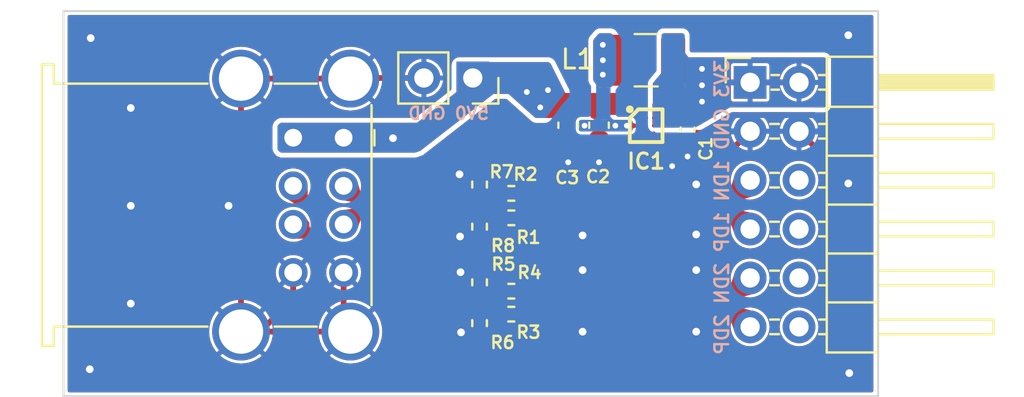
<source format=kicad_pcb>
(kicad_pcb (version 20240108) (generator "pcbnew") (generator_version "8.0")
  (layers (0 "F.Cu" signal) (31 "B.Cu" signal) (34 "B.Paste" user) (35 "F.Paste" user) (36 "B.SilkS" user "B.Silkscreen") (37 "F.SilkS" user "F.Silkscreen") (38 "B.Mask" user) (39 "F.Mask" user) (44 "Edge.Cuts" user))
  (net 0 "")
  (net 5 "GND")
  (net 6 "/USB2t_DP")
  (net 7 "/USB2t_DN")
  (net 8 "/USB2_DP")
  (net 9 "/USB2_DN")
  (net 10 "/USB1t_DP")
  (net 11 "/USB1t_DN")
  (net 12 "/USB1_DP")
  (net 13 "/USB1_DN")
  (net 14 "/PWR5V0")
  (net 15 "/PWR3V3")
  (net 16 "/IC1-SW")
  (footprint "Resistor_SMD:R_0402_1005Metric" (layer "F.Cu") (at 93.6972 50.3936 90)
    (property "Reference" "R8" (at -0.9906 1.2192 0) (layer "F.SilkS") (effects (font (size 0.635 0.635) (thickness 0.127))))
    (property "Value" "15K")
    (fp_line (start -0.153641 -0.38) (end 0.153641 -0.38) (stroke (width 0.127)) (layer "F.SilkS"))
    (fp_line (start -0.153641 0.38) (end 0.153641 0.38) (stroke (width 0.127)) (layer "F.SilkS"))
    (pad "1" smd roundrect (at -0.51 0 90) (size 0.54 0.64) (layers "F.Cu" "F.Paste" "F.Mask") (net 5 "GND"))
    (pad "2" smd roundrect (at 0.51 0 90) (size 0.54 0.64) (layers "F.Cu" "F.Paste" "F.Mask") (net 10 "/USB1t_DP"))
  )
  (footprint "Resistor_SMD:R_0402_1005Metric" (layer "F.Cu") (at 95.3462 53.7464)
    (property "Reference" "R4" (at 0.9418 -0.9652 0) (layer "F.SilkS") (effects (font (size 0.635 0.635) (thickness 0.127))))
    (property "Value" "22")
    (fp_line (start -0.153641 -0.38) (end 0.153641 -0.38) (stroke (width 0.127)) (layer "F.SilkS"))
    (fp_line (start -0.153641 0.38) (end 0.153641 0.38) (stroke (width 0.127)) (layer "F.SilkS"))
    (pad "1" smd roundrect (at -0.51 0) (size 0.54 0.64) (layers "F.Cu" "F.Paste" "F.Mask") (net 7 "/USB2t_DN"))
    (pad "2" smd roundrect (at 0.51 0) (size 0.54 0.64) (layers "F.Cu" "F.Paste" "F.Mask") (net 9 "/USB2_DN"))
  )
  (footprint "libs:BGA9C40P3X3_119X129X62" (layer "F.Cu") (at 102.35 45.15)
    (property "Reference" "IC1" (at 0 1.85 0) (layer "F.SilkS") (effects (font (size 0.8 0.8) (thickness 0.1524) (bold yes))))
    (property "Value" "TPS61253AYFFR" (hide yes))
    (fp_line (start -0.85 -0.4) (end -0.4 -0.85) (stroke (width 0.2)) (layer "F.SilkS"))
    (fp_line (start -0.85 0.85) (end -0.85 -0.4) (stroke (width 0.2)) (layer "F.SilkS"))
    (fp_line (start -0.4 -0.85) (end 0.85 -0.85) (stroke (width 0.2)) (layer "F.SilkS"))
    (fp_line (start 0.85 -0.85) (end 0.85 0.85) (stroke (width 0.2)) (layer "F.SilkS"))
    (fp_line (start 0.85 0.85) (end -0.85 0.85) (stroke (width 0.2)) (layer "F.SilkS"))
    (fp_circle (center -0.85 -0.85) (end -0.85 -0.75) (stroke (width 0.2)) (fill none) (layer "F.SilkS"))
    (pad "A1" smd circle (at -0.4 -0.4 90) (size 0.2 0.2) (layers "F.Cu" "F.Paste" "F.Mask") (net 14 "/PWR5V0"))
    (pad "A2" smd circle (at 0 -0.4 90) (size 0.2 0.2) (layers "F.Cu" "F.Paste" "F.Mask") (net 14 "/PWR5V0"))
    (pad "A3" smd circle (at 0.4 -0.4 90) (size 0.2 0.2) (layers "F.Cu" "F.Paste" "F.Mask") (net 15 "/PWR3V3"))
    (pad "B1" smd circle (at -0.4 0 90) (size 0.2 0.2) (layers "F.Cu" "F.Paste" "F.Mask") (net 16 "/IC1-SW"))
    (pad "B2" smd circle (at 0 0 90) (size 0.2 0.2) (layers "F.Cu" "F.Paste" "F.Mask") (net 16 "/IC1-SW"))
    (pad "B3" smd circle (at 0.4 0 90) (size 0.2 0.2) (layers "F.Cu" "F.Paste" "F.Mask") (net 15 "/PWR3V3"))
    (pad "C1" smd circle (at -0.4 0.4 90) (size 0.2 0.2) (layers "F.Cu" "F.Paste" "F.Mask") (net 5 "GND"))
    (pad "C2" smd circle (at 0 0.4 90) (size 0.2 0.2) (layers "F.Cu" "F.Paste" "F.Mask") (net 5 "GND"))
    (pad "C3" smd circle (at 0.4 0.4 90) (size 0.2 0.2) (layers "F.Cu" "F.Paste" "F.Mask") (net 5 "GND"))
  )
  (footprint "Resistor_SMD:R_0402_1005Metric" (layer "F.Cu") (at 93.6972 53.2872 -90)
    (property "Reference" "R5" (at -0.9378 -1.2446 0) (layer "F.SilkS") (effects (font (size 0.635 0.635) (thickness 0.127))))
    (property "Value" "15K")
    (fp_line (start -0.153641 0.38) (end 0.153641 0.38) (stroke (width 0.127)) (layer "F.SilkS"))
    (fp_line (start -0.153641 -0.38) (end 0.153641 -0.38) (stroke (width 0.127)) (layer "F.SilkS"))
    (pad "1" smd roundrect (at -0.51 0 270) (size 0.54 0.64) (layers "F.Cu" "F.Paste" "F.Mask") (net 5 "GND"))
    (pad "2" smd roundrect (at 0.51 0 270) (size 0.54 0.64) (layers "F.Cu" "F.Paste" "F.Mask") (net 7 "/USB2t_DN"))
  )
  (footprint "Resistor_SMD:R_0402_1005Metric" (layer "F.Cu") (at 95.3482 49.9364)
    (property "Reference" "R1" (at 0.889 1.016 0) (layer "F.SilkS") (effects (font (size 0.635 0.635) (thickness 0.127))))
    (property "Value" "22")
    (fp_line (start -0.153641 -0.38) (end 0.153641 -0.38) (stroke (width 0.127)) (layer "F.SilkS"))
    (fp_line (start -0.153641 0.38) (end 0.153641 0.38) (stroke (width 0.127)) (layer "F.SilkS"))
    (pad "1" smd roundrect (at -0.51 0) (size 0.54 0.64) (layers "F.Cu" "F.Paste" "F.Mask") (net 10 "/USB1t_DP"))
    (pad "2" smd roundrect (at 0.51 0) (size 0.54 0.64) (layers "F.Cu" "F.Paste" "F.Mask") (net 12 "/USB1_DP"))
  )
  (footprint "Connector_USB:USB_A_Wuerth_61400826021_Horizontal_Stacked" (layer "F.Cu") (at 86.636 45.776 -90)
    (property "Reference" "J1" (hide yes))
    (property "Value" "UK-USB AF 90-19.6")
    (fp_line (start -3.81 15.67) (end -3.81 15.05) (stroke (width 0.127)) (layer "F.SilkS"))
    (fp_line (start 10.81 15.67) (end -3.81 15.67) (stroke (width 0.127)) (layer "F.SilkS"))
    (fp_line (start -3.81 15.05) (end -2.81 15.05) (stroke (width 0.127)) (layer "F.SilkS"))
    (fp_line (start -2.81 15.05) (end -2.81 7.08) (stroke (width 0.127)) (layer "F.SilkS"))
    (fp_line (start 9.81 15.05) (end 10.81 15.05) (stroke (width 0.127)) (layer "F.SilkS"))
    (fp_line (start 10.81 15.05) (end 10.81 15.67) (stroke (width 0.127)) (layer "F.SilkS"))
    (fp_line (start 9.81 7.08) (end 9.81 15.05) (stroke (width 0.127)) (layer "F.SilkS"))
    (fp_line (start -2.81 3.58) (end -2.81 1.4) (stroke (width 0.127)) (layer "F.SilkS"))
    (fp_line (start 9.81 3.58) (end 9.81 1.4) (stroke (width 0.127)) (layer "F.SilkS"))
    (fp_line (start -1.69 -1.45) (end 8.69 -1.45) (stroke (width 0.127)) (layer "F.SilkS"))
    (fp_line (start 0.4 -1.6) (end -0.4 -1.6) (stroke (width 0.127)) (layer "F.SilkS"))
    (pad "1" thru_hole rect (at 0 0 270) (size 1.5 1.5) (drill 0.92) (layers "*.Cu" "*.Mask") (net 14 "/PWR5V0"))
    (pad "2" thru_hole circle (at 2.5 0 270) (size 1.5 1.5) (drill 0.92) (layers "*.Cu" "*.Mask") (net 11 "/USB1t_DN"))
    (pad "3" thru_hole circle (at 4.5 0 270) (size 1.5 1.5) (drill 0.92) (layers "*.Cu" "*.Mask") (net 10 "/USB1t_DP"))
    (pad "4" thru_hole circle (at 7 0 270) (size 1.5 1.5) (drill 0.92) (layers "*.Cu" "*.Mask") (net 5 "GND"))
    (pad "5" thru_hole circle (at 0 2.62 270) (size 1.5 1.5) (drill 0.92) (layers "*.Cu" "*.Mask") (net 14 "/PWR5V0"))
    (pad "6" thru_hole circle (at 2.5 2.62 270) (size 1.5 1.5) (drill 0.92) (layers "*.Cu" "*.Mask") (net 7 "/USB2t_DN"))
    (pad "7" thru_hole circle (at 4.5 2.62 270) (size 1.5 1.5) (drill 0.92) (layers "*.Cu" "*.Mask") (net 6 "/USB2t_DP"))
    (pad "8" thru_hole circle (at 7 2.62 270) (size 1.5 1.5) (drill 0.92) (layers "*.Cu" "*.Mask") (net 5 "GND"))
    (pad "9" thru_hole circle (at -3.07 -0.35 270) (size 3 3) (drill 2.3) (layers "*.Cu" "*.Mask") (net 5 "GND"))
    (pad "9" thru_hole circle (at -3.07 5.33 270) (size 3 3) (drill 2.3) (layers "*.Cu" "*.Mask") (net 5 "GND"))
    (pad "9" thru_hole circle (at 10.07 -0.35 270) (size 3 3) (drill 2.3) (layers "*.Cu" "*.Mask") (net 5 "GND"))
    (pad "9" thru_hole circle (at 10.07 5.33 270) (size 3 3) (drill 2.3) (layers "*.Cu" "*.Mask") (net 5 "GND"))
  )
  (footprint "Resistor_SMD:R_0402_1005Metric" (layer "F.Cu") (at 95.3462 54.9402)
    (property "Reference" "R3" (at 0.891 0.9398 0) (layer "F.SilkS") (effects (font (size 0.635 0.635) (thickness 0.127))))
    (property "Value" "22")
    (fp_line (start -0.153641 -0.38) (end 0.153641 -0.38) (stroke (width 0.127)) (layer "F.SilkS"))
    (fp_line (start -0.153641 0.38) (end 0.153641 0.38) (stroke (width 0.127)) (layer "F.SilkS"))
    (pad "1" smd roundrect (at -0.51 0) (size 0.54 0.64) (layers "F.Cu" "F.Paste" "F.Mask") (net 6 "/USB2t_DP"))
    (pad "2" smd roundrect (at 0.51 0) (size 0.54 0.64) (layers "F.Cu" "F.Paste" "F.Mask") (net 8 "/USB2_DP"))
  )
  (footprint "Resistor_SMD:R_0402_1005Metric" (layer "F.Cu") (at 93.6972 48.2072 -90)
    (property "Reference" "R7" (at -0.6584 -1.143 0) (layer "F.SilkS") (effects (font (size 0.635 0.635) (thickness 0.127))))
    (property "Value" "15K")
    (fp_line (start -0.153641 0.38) (end 0.153641 0.38) (stroke (width 0.127)) (layer "F.SilkS"))
    (fp_line (start -0.153641 -0.38) (end 0.153641 -0.38) (stroke (width 0.127)) (layer "F.SilkS"))
    (pad "1" smd roundrect (at -0.51 0 270) (size 0.54 0.64) (layers "F.Cu" "F.Paste" "F.Mask") (net 5 "GND"))
    (pad "2" smd roundrect (at 0.51 0 270) (size 0.54 0.64) (layers "F.Cu" "F.Paste" "F.Mask") (net 11 "/USB1t_DN"))
  )
  (footprint "Inductor_SMD:L_1210_3225Metric" (layer "F.Cu") (at 102.35 41.75 180)
    (property "Reference" "L1" (at 3.55 0.05 180) (layer "F.SilkS"))
    (property "Value" "DFE322512F-1R0M=P2")
    (fp_line (start -0.602064 1.36) (end 0.602064 1.36) (stroke (width 0.12)) (layer "F.SilkS"))
    (fp_line (start -0.602064 -1.36) (end 0.602064 -1.36) (stroke (width 0.12)) (layer "F.SilkS"))
    (pad "1" smd roundrect (at -1.4 0 180) (size 1.25 2.65) (layers "F.Cu" "F.Paste" "F.Mask") (roundrect_rratio 0.2) (net 15 "/PWR3V3"))
    (pad "2" smd roundrect (at 1.4 0 180) (size 1.25 2.65) (layers "F.Cu" "F.Paste" "F.Mask") (roundrect_rratio 0.2) (net 16 "/IC1-SW"))
  )
  (footprint "Capacitor_SMD:C_0603_1608Metric" (layer "F.Cu") (at 98.3 45.125 -90)
    (property "Reference" "C3" (at 2.725 0.05 0) (layer "F.SilkS") (effects (font (size 0.635 0.635) (thickness 0.127) (bold yes))))
    (property "Value" "10uF")
    (fp_line (start -0.14058 0.51) (end 0.14058 0.51) (stroke (width 0.12)) (layer "F.SilkS"))
    (fp_line (start -0.14058 -0.51) (end 0.14058 -0.51) (stroke (width 0.12)) (layer "F.SilkS"))
    (pad "1" smd roundrect (at -0.775 0 270) (size 0.9 0.95) (layers "F.Cu" "F.Paste" "F.Mask") (net 14 "/PWR5V0"))
    (pad "2" smd roundrect (at 0.775 0 270) (size 0.9 0.95) (layers "F.Cu" "F.Paste" "F.Mask") (net 5 "GND"))
  )
  (footprint "Resistor_SMD:R_0402_1005Metric" (layer "F.Cu") (at 93.6972 55.4062 90)
    (property "Reference" "R6" (at -1.0072 1.1938 0) (layer "F.SilkS") (effects (font (size 0.635 0.635) (thickness 0.127))))
    (property "Value" "15K")
    (fp_line (start -0.153641 -0.38) (end 0.153641 -0.38) (stroke (width 0.127)) (layer "F.SilkS"))
    (fp_line (start -0.153641 0.38) (end 0.153641 0.38) (stroke (width 0.127)) (layer "F.SilkS"))
    (pad "1" smd roundrect (at -0.51 0 90) (size 0.54 0.64) (layers "F.Cu" "F.Paste" "F.Mask") (net 5 "GND"))
    (pad "2" smd roundrect (at 0.51 0 90) (size 0.54 0.64) (layers "F.Cu" "F.Paste" "F.Mask") (net 6 "/USB2t_DP"))
  )
  (footprint "Capacitor_SMD:C_0402_1005Metric" (layer "F.Cu") (at 104.5 45.35 -90)
    (property "Reference" "C1" (at 1 -0.95 -90) (layer "F.SilkS") (effects (font (size 0.635 0.635) (thickness 0.127) (bold yes))))
    (property "Value" "10uF")
    (fp_line (start -0.107836 0.36) (end 0.107836 0.36) (stroke (width 0.12)) (layer "F.SilkS"))
    (fp_line (start -0.107836 -0.36) (end 0.107836 -0.36) (stroke (width 0.12)) (layer "F.SilkS"))
    (pad "1" smd roundrect (at -0.48 0 270) (size 0.56 0.62) (layers "F.Cu" "F.Paste" "F.Mask") (net 15 "/PWR3V3"))
    (pad "2" smd roundrect (at 0.48 0 270) (size 0.56 0.62) (layers "F.Cu" "F.Paste" "F.Mask") (net 5 "GND"))
  )
  (footprint "Connector_PinHeader_2.54mm:PinHeader_2x06_P2.54mm_Horizontal" (layer "F.Cu") (at 107.75 42.9)
    (property "Reference" "J2" (hide yes))
    (property "Value" "Conn_02x06_Odd_Even")
    (fp_line (start -1.27 -1.27) (end 0 -1.27) (stroke (width 0.127)) (layer "F.SilkS"))
    (fp_line (start -1.27 0) (end -1.27 -1.27) (stroke (width 0.127)) (layer "F.SilkS"))
    (fp_line (start 1.042929 2.16) (end 1.497071 2.16) (stroke (width 0.127)) (layer "F.SilkS"))
    (fp_line (start 1.042929 2.92) (end 1.497071 2.92) (stroke (width 0.127)) (layer "F.SilkS"))
    (fp_line (start 1.042929 4.7) (end 1.497071 4.7) (stroke (width 0.127)) (layer "F.SilkS"))
    (fp_line (start 1.042929 5.46) (end 1.497071 5.46) (stroke (width 0.127)) (layer "F.SilkS"))
    (fp_line (start 1.042929 7.24) (end 1.497071 7.24) (stroke (width 0.127)) (layer "F.SilkS"))
    (fp_line (start 1.042929 8) (end 1.497071 8) (stroke (width 0.127)) (layer "F.SilkS"))
    (fp_line (start 1.042929 9.78) (end 1.497071 9.78) (stroke (width 0.127)) (layer "F.SilkS"))
    (fp_line (start 1.042929 10.54) (end 1.497071 10.54) (stroke (width 0.127)) (layer "F.SilkS"))
    (fp_line (start 1.042929 12.32) (end 1.497071 12.32) (stroke (width 0.127)) (layer "F.SilkS"))
    (fp_line (start 1.042929 13.08) (end 1.497071 13.08) (stroke (width 0.127)) (layer "F.SilkS"))
    (fp_line (start 1.11 -0.38) (end 1.497071 -0.38) (stroke (width 0.127)) (layer "F.SilkS"))
    (fp_line (start 1.11 0.38) (end 1.497071 0.38) (stroke (width 0.127)) (layer "F.SilkS"))
    (fp_line (start 3.582929 -0.38) (end 3.98 -0.38) (stroke (width 0.127)) (layer "F.SilkS"))
    (fp_line (start 3.582929 0.38) (end 3.98 0.38) (stroke (width 0.127)) (layer "F.SilkS"))
    (fp_line (start 3.582929 2.16) (end 3.98 2.16) (stroke (width 0.127)) (layer "F.SilkS"))
    (fp_line (start 3.582929 2.92) (end 3.98 2.92) (stroke (width 0.127)) (layer "F.SilkS"))
    (fp_line (start 3.582929 4.7) (end 3.98 4.7) (stroke (width 0.127)) (layer "F.SilkS"))
    (fp_line (start 3.582929 5.46) (end 3.98 5.46) (stroke (width 0.127)) (layer "F.SilkS"))
    (fp_line (start 3.582929 7.24) (end 3.98 7.24) (stroke (width 0.127)) (layer "F.SilkS"))
    (fp_line (start 3.582929 8) (end 3.98 8) (stroke (width 0.127)) (layer "F.SilkS"))
    (fp_line (start 3.582929 9.78) (end 3.98 9.78) (stroke (width 0.127)) (layer "F.SilkS"))
    (fp_line (start 3.582929 10.54) (end 3.98 10.54) (stroke (width 0.127)) (layer "F.SilkS"))
    (fp_line (start 3.582929 12.32) (end 3.98 12.32) (stroke (width 0.127)) (layer "F.SilkS"))
    (fp_line (start 3.582929 13.08) (end 3.98 13.08) (stroke (width 0.127)) (layer "F.SilkS"))
    (fp_line (start 3.98 -1.33) (end 3.98 14.03) (stroke (width 0.127)) (layer "F.SilkS"))
    (fp_line (start 3.98 1.27) (end 6.64 1.27) (stroke (width 0.127)) (layer "F.SilkS"))
    (fp_line (start 3.98 3.81) (end 6.64 3.81) (stroke (width 0.127)) (layer "F.SilkS"))
    (fp_line (start 3.98 6.35) (end 6.64 6.35) (stroke (width 0.127)) (layer "F.SilkS"))
    (fp_line (start 3.98 8.89) (end 6.64 8.89) (stroke (width 0.127)) (layer "F.SilkS"))
    (fp_line (start 3.98 11.43) (end 6.64 11.43) (stroke (width 0.127)) (layer "F.SilkS"))
    (fp_line (start 3.98 14.03) (end 6.64 14.03) (stroke (width 0.127)) (layer "F.SilkS"))
    (fp_line (start 6.64 -1.33) (end 3.98 -1.33) (stroke (width 0.127)) (layer "F.SilkS"))
    (fp_line (start 6.64 -0.38) (end 12.64 -0.38) (stroke (width 0.127)) (layer "F.SilkS"))
    (fp_line (start 6.64 -0.32) (end 12.64 -0.32) (stroke (width 0.127)) (layer "F.SilkS"))
    (fp_line (start 6.64 -0.2) (end 12.64 -0.2) (stroke (width 0.127)) (layer "F.SilkS"))
    (fp_line (start 6.64 -0.08) (end 12.64 -0.08) (stroke (width 0.127)) (layer "F.SilkS"))
    (fp_line (start 6.64 0.04) (end 12.64 0.04) (stroke (width 0.127)) (layer "F.SilkS"))
    (fp_line (start 6.64 0.16) (end 12.64 0.16) (stroke (width 0.127)) (layer "F.SilkS"))
    (fp_line (start 6.64 0.28) (end 12.64 0.28) (stroke (width 0.127)) (layer "F.SilkS"))
    (fp_line (start 6.64 2.16) (end 12.64 2.16) (stroke (width 0.127)) (layer "F.SilkS"))
    (fp_line (start 6.64 4.7) (end 12.64 4.7) (stroke (width 0.127)) (layer "F.SilkS"))
    (fp_line (start 6.64 7.24) (end 12.64 7.24) (stroke (width 0.127)) (layer "F.SilkS"))
    (fp_line (start 6.64 9.78) (end 12.64 9.78) (stroke (width 0.127)) (layer "F.SilkS"))
    (fp_line (start 6.64 12.32) (end 12.64 12.32) (stroke (width 0.127)) (layer "F.SilkS"))
    (fp_line (start 6.64 14.03) (end 6.64 -1.33) (stroke (width 0.127)) (layer "F.SilkS"))
    (fp_line (start 12.64 -0.38) (end 12.64 0.38) (stroke (width 0.127)) (layer "F.SilkS"))
    (fp_line (start 12.64 0.38) (end 6.64 0.38) (stroke (width 0.127)) (layer "F.SilkS"))
    (fp_line (start 12.64 2.16) (end 12.64 2.92) (stroke (width 0.127)) (layer "F.SilkS"))
    (fp_line (start 12.64 2.92) (end 6.64 2.92) (stroke (width 0.127)) (layer "F.SilkS"))
    (fp_line (start 12.64 4.7) (end 12.64 5.46) (stroke (width 0.127)) (layer "F.SilkS"))
    (fp_line (start 12.64 5.46) (end 6.64 5.46) (stroke (width 0.127)) (layer "F.SilkS"))
    (fp_line (start 12.64 7.24) (end 12.64 8) (stroke (width 0.127)) (layer "F.SilkS"))
    (fp_line (start 12.64 8) (end 6.64 8) (stroke (width 0.127)) (layer "F.SilkS"))
    (fp_line (start 12.64 9.78) (end 12.64 10.54) (stroke (width 0.127)) (layer "F.SilkS"))
    (fp_line (start 12.64 10.54) (end 6.64 10.54) (stroke (width 0.127)) (layer "F.SilkS"))
    (fp_line (start 12.64 12.32) (end 12.64 13.08) (stroke (width 0.127)) (layer "F.SilkS"))
    (fp_line (start 12.64 13.08) (end 6.64 13.08) (stroke (width 0.127)) (layer "F.SilkS"))
    (pad "1" thru_hole rect (at 0 0) (size 1.7 1.7) (drill 1) (layers "*.Cu" "*.Mask") (net 15 "/PWR3V3"))
    (pad "2" thru_hole oval (at 2.54 0) (size 1.7 1.7) (drill 1) (layers "*.Cu" "*.Mask") (net 15 "/PWR3V3"))
    (pad "3" thru_hole oval (at 0 2.54) (size 1.7 1.7) (drill 1) (layers "*.Cu" "*.Mask") (net 5 "GND"))
    (pad "4" thru_hole oval (at 2.54 2.54) (size 1.7 1.7) (drill 1) (layers "*.Cu" "*.Mask") (net 5 "GND"))
    (pad "5" thru_hole oval (at 0 5.08) (size 1.7 1.7) (drill 1) (layers "*.Cu" "*.Mask") (net 13 "/USB1_DN"))
    (pad "6" thru_hole oval (at 2.54 5.08) (size 1.7 1.7) (drill 1) (layers "*.Cu" "*.Mask"))
    (pad "7" thru_hole oval (at 0 7.62) (size 1.7 1.7) (drill 1) (layers "*.Cu" "*.Mask") (net 12 "/USB1_DP"))
    (pad "8" thru_hole oval (at 2.54 7.62) (size 1.7 1.7) (drill 1) (layers "*.Cu" "*.Mask"))
    (pad "9" thru_hole oval (at 0 10.16) (size 1.7 1.7) (drill 1) (layers "*.Cu" "*.Mask") (net 9 "/USB2_DN"))
    (pad "10" thru_hole oval (at 2.54 10.16) (size 1.7 1.7) (drill 1) (layers "*.Cu" "*.Mask"))
    (pad "11" thru_hole oval (at 0 12.7) (size 1.7 1.7) (drill 1) (layers "*.Cu" "*.Mask") (net 8 "/USB2_DP"))
    (pad "12" thru_hole oval (at 2.54 12.7) (size 1.7 1.7) (drill 1) (layers "*.Cu" "*.Mask"))
  )
  (footprint "Capacitor_SMD:C_0603_1608Metric" (layer "F.Cu") (at 99.9 45.125 -90)
    (property "Reference" "C2" (at 2.675 0.05 0) (layer "F.SilkS") (effects (font (size 0.635 0.635) (thickness 0.127) (bold yes))))
    (property "Value" "10uF")
    (fp_line (start -0.14058 0.51) (end 0.14058 0.51) (stroke (width 0.12)) (layer "F.SilkS"))
    (fp_line (start -0.14058 -0.51) (end 0.14058 -0.51) (stroke (width 0.12)) (layer "F.SilkS"))
    (pad "1" smd roundrect (at -0.775 0 270) (size 0.9 0.95) (layers "F.Cu" "F.Paste" "F.Mask") (net 14 "/PWR5V0"))
    (pad "2" smd roundrect (at 0.775 0 270) (size 0.9 0.95) (layers "F.Cu" "F.Paste" "F.Mask") (net 5 "GND"))
  )
  (footprint "Connector_PinSocket_2.54mm:PinSocket_1x02_P2.54mm_Vertical" (layer "F.Cu") (at 93.345 42.672 -90)
    (property "Reference" "J3" (hide yes))
    (property "Value" "Conn_01x02_Socket" (hide yes))
    (fp_line (start -1.33 3.87) (end 1.33 3.87) (stroke (width 0.127)) (layer "F.SilkS"))
    (fp_line (start -1.33 1.27) (end -1.33 3.87) (stroke (width 0.127)) (layer "F.SilkS"))
    (fp_line (start -1.33 1.27) (end 1.33 1.27) (stroke (width 0.127)) (layer "F.SilkS"))
    (fp_line (start 1.33 1.27) (end 1.33 3.87) (stroke (width 0.127)) (layer "F.SilkS"))
    (fp_line (start 0 -1.33) (end 1.33 -1.33) (stroke (width 0.127)) (layer "F.SilkS"))
    (fp_line (start 1.33 -1.33) (end 1.33 0) (stroke (width 0.127)) (layer "F.SilkS"))
    (pad "1" thru_hole rect (at 0 0 270) (size 1.7 1.7) (drill 1) (layers "*.Cu" "*.Mask") (net 14 "/PWR5V0"))
    (pad "2" thru_hole oval (at 0 2.54 270) (size 1.7 1.7) (drill 1) (layers "*.Cu" "*.Mask") (net 5 "GND"))
  )
  (footprint "Resistor_SMD:R_0402_1005Metric" (layer "F.Cu") (at 95.3462 48.6664)
    (property "Reference" "R2" (at 0.7386 -0.9906 0) (layer "F.SilkS") (effects (font (size 0.635 0.635) (thickness 0.127))))
    (property "Value" "22")
    (fp_line (start -0.153641 -0.38) (end 0.153641 -0.38) (stroke (width 0.127)) (layer "F.SilkS"))
    (fp_line (start -0.153641 0.38) (end 0.153641 0.38) (stroke (width 0.127)) (layer "F.SilkS"))
    (pad "1" smd roundrect (at -0.51 0) (size 0.54 0.64) (layers "F.Cu" "F.Paste" "F.Mask") (net 11 "/USB1t_DN"))
    (pad "2" smd roundrect (at 0.51 0) (size 0.54 0.64) (layers "F.Cu" "F.Paste" "F.Mask") (net 13 "/USB1_DN"))
  )
  (gr_rect (start 72.0852 39.2) (end 114.4 59.2) (stroke (width 0.1)) (fill none) (layer "Edge.Cuts"))
  (gr_text "5V0 GND" (at 94.2594 44.8818 0) (layer "B.SilkS") (effects (font (size 0.635 0.635) (thickness 0.127) (bold yes)) (justify left bottom mirror)))
  (gr_text "3V3 GND 1DN 1DP 2DN 2DP" (at 106.7 41.65 90) (layer "B.SilkS") (effects (font (size 0.7112 0.7112) (thickness 0.127) (bold yes)) (justify left bottom mirror)))
  (segment (start 93.6972 50.9036) (end 92.6852 50.9036) (width 0.3) (layer "F.Cu") (net 5))
  (segment (start 82.304 55.846) (end 84.016 54.134) (width 0.3) (layer "F.Cu") (net 5))
  (segment (start 84.016 54.134) (end 84.016 52.776) (width 0.3) (layer "F.Cu") (net 5))
  (segment (start 104.95 48.2) (end 104.99 48.2) (width 0.3) (layer "F.Cu") (net 5))
  (segment (start 111.05 44.6) (end 111.4 44.95) (width 0.3) (layer "F.Cu") (net 5))
  (segment (start 81.306 42.706) (end 81.306 55.846) (width 0.3) (layer "F.Cu") (net 5))
  (segment (start 99.9 45.9) (end 99.9 47.05) (width 0.3) (layer "F.Cu") (net 5))
  (segment (start 104.5 45.83) (end 104.5 46.75) (width 0.3) (layer "F.Cu") (net 5))
  (segment (start 111.4 44.95) (end 111.4 45.45) (width 0.3) (layer "F.Cu") (net 5))
  (segment (start 106.6 45.45) (end 107.74 45.45) (width 0.3) (layer "F.Cu") (net 5))
  (segment (start 98.3 47.05) (end 98.3 45.9) (width 0.3) (layer "F.Cu") (net 5))
  (segment (start 104.99 48.2) (end 107.75 45.44) (width 0.3) (layer "F.Cu") (net 5))
  (segment (start 112.85 48.15) (end 112.85 48) (width 0.3) (layer "F.Cu") (net 5))
  (segment (start 106.6 44.85) (end 106.6 45.45) (width 0.3) (layer "F.Cu") (net 5))
  (segment (start 111.4 45.45) (end 110.3 45.45) (width 0.3) (layer "F.Cu") (net 5))
  (segment (start 111.05 44.6) (end 106.85 44.6) (width 0.3) (layer "F.Cu") (net 5))
  (segment (start 92.6772 47.6972) (end 92.6558 47.6758) (width 0.3) (layer "F.Cu") (net 5))
  (segment (start 93.6972 47.6972) (end 92.6772 47.6972) (width 0.3) (layer "F.Cu") (net 5))
  (segment (start 92.6852 50.9036) (end 92.6832 50.9056) (width 0.3) (layer "F.Cu") (net 5))
  (segment (start 93.6972 55.9162) (end 92.7662 55.9162) (width 0.3) (layer "F.Cu") (net 5))
  (segment (start 102.75 45.55) (end 101.95 45.55) (width 0.1524) (layer "F.Cu") (net 5))
  (segment (start 92.7662 55.9162) (end 92.734 55.884) (width 0.3) (layer "F.Cu") (net 5))
  (segment (start 112.85 48) (end 110.29 45.44) (width 0.3) (layer "F.Cu") (net 5))
  (segment (start 86.986 42.706) (end 81.306 42.706) (width 0.3) (layer "F.Cu") (net 5))
  (segment (start 93.6972 52.7772) (end 92.726 52.7772) (width 0.3) (layer "F.Cu") (net 5))
  (segment (start 92.726 52.7772) (end 92.7086 52.7598) (width 0.3) (layer "F.Cu") (net 5))
  (segment (start 106.85 44.6) (end 106.6 44.85) (width 0.3) (layer "F.Cu") (net 5))
  (segment (start 86.636 55.386) (end 86.636 52.776) (width 0.3) (layer "F.Cu") (net 5))
  (segment (start 81.306 55.846) (end 86.986 55.846) (width 0.3) (layer "F.Cu") (net 5))
  (segment (start 90.805 42.672) (end 87.02 42.672) (width 0.3) (layer "F.Cu") (net 5))
  (via (at 99.05 50.85) (size 0.8) (drill 0.4) (layers "F.Cu" "B.Cu") (net 5))
  (via (at 112.85 40.45) (size 0.8) (drill 0.4) (layers "F.Cu" "B.Cu") (net 5))
  (via (at 104.95 55.85) (size 0.8) (drill 0.4) (layers "F.Cu" "B.Cu") (net 5))
  (via (at 75.581 44.23) (size 0.8) (drill 0.4) (layers "F.Cu" "B.Cu") (net 5))
  (via (at 103.7 47.25) (size 0.6) (drill 0.3) (layers "F.Cu" "B.Cu") (net 5))
  (via (at 104.95 50.8) (size 0.8) (drill 0.4) (layers "F.Cu" "B.Cu") (net 5))
  (via (at 75.581 54.39) (size 0.8) (drill 0.4) (layers "F.Cu" "B.Cu") (net 5))
  (via (at 104.95 52.65) (size 0.8) (drill 0.4) (layers "F.Cu" "B.Cu") (net 5))
  (via (at 92.6832 50.9056) (size 0.8) (drill 0.4) (layers "F.Cu" "B.Cu") (net 5))
  (via (at 80.661 49.31) (size 0.8) (drill 0.4) (layers "F.Cu" "B.Cu") (net 5))
  (via (at 112.9 58) (size 0.8) (drill 0.4) (layers "F.Cu" "B.Cu") (net 5))
  (via (at 99.05 52.65) (size 0.8) (drill 0.4) (layers "F.Cu" "B.Cu") (net 5))
  (via (at 73.45 57.8) (size 0.8) (drill 0.4) (layers "F.Cu" "B.Cu") (net 5))
  (via (at 112.85 48.15) (size 0.8) (drill 0.4) (layers "F.Cu" "B.Cu") (net 5))
  (via (at 75.581 49.31) (size 0.8) (drill 0.4) (layers "F.Cu" "B.Cu") (net 5))
  (via (at 73.5 40.6) (size 0.8) (drill 0.4) (layers "F.Cu" "B.Cu") (net 5))
  (via (at 99.9 47.05) (size 0.6) (drill 0.3) (layers "F.Cu" "B.Cu") (net 5))
  (via (at 99.05 55.85) (size 0.8) (drill 0.4) (layers "F.Cu" "B.Cu") (net 5))
  (via (at 104.5 46.75) (size 0.6) (drill 0.3) (layers "F.Cu" "B.Cu") (net 5))
  (via (at 92.6558 47.6758) (size 0.8) (drill 0.4) (layers "F.Cu" "B.Cu") (net 5))
  (via (at 92.734 55.884) (size 0.8) (drill 0.4) (layers "F.Cu" "B.Cu") (net 5))
  (via (at 92.7086 52.7598) (size 0.8) (drill 0.4) (layers "F.Cu" "B.Cu") (net 5))
  (via (at 98.3 47.05) (size 0.6) (drill 0.3) (layers "F.Cu" "B.Cu") (net 5))
  (via (at 104.95 48.2) (size 0.8) (drill 0.4) (layers "F.Cu" "B.Cu") (net 5))
  (segment (start 107.75 45.44) (end 106.61 45.44) (width 0.3) (layer "B.Cu") (net 5))
  (segment (start 106.6 45.45) (end 106.6 44.85) (width 0.3) (layer "B.Cu") (net 5))
  (segment (start 106.85 44.6) (end 111.05 44.6) (width 0.3) (layer "B.Cu") (net 5))
  (segment (start 106.61 45.44) (end 106.6 45.45) (width 0.3) (layer "B.Cu") (net 5))
  (segment (start 111.4 45.45) (end 110.3 45.45) (width 0.3) (layer "B.Cu") (net 5))
  (segment (start 96.2808 55.846) (end 96.3188 55.884) (width 0.1524) (layer "B.Cu") (net 5))
  (segment (start 111.4 44.95) (end 111.4 45.45) (width 0.3) (layer "B.Cu") (net 5))
  (segment (start 106.6 44.85) (end 106.85 44.6) (width 0.3) (layer "B.Cu") (net 5))
  (segment (start 111.05 44.6) (end 111.4 44.95) (width 0.3) (layer "B.Cu") (net 5))
  (segment (start 85.992072 51.6636) (end 87.292072 51.6636) (width 0.1524) (layer "F.Cu") (net 6))
  (segment (start 88.492072 51.6636) (end 88.633672 51.6636) (width 0.1524) (layer "F.Cu") (net 6))
  (segment (start 94.331201 54.482001) (end 94.8148 54.9656) (width 0.1524) (layer "F.Cu") (net 6))
  (segment (start 94.104599 54.482001) (end 94.331201 54.482001) (width 0.1524) (layer "F.Cu") (net 6))
  (segment (start 88.633672 51.6636) (end 91.469172 54.4991) (width 0.1524) (layer "F.Cu") (net 6))
  (segment (start 84.388634 50.648634) (end 84.977106 50.648634) (width 0.1524) (layer "F.Cu") (net 6))
  (segment (start 93.2501 54.4991) (end 93.6472 54.8962) (width 0.1524) (layer "F.Cu") (net 6))
  (segment (start 87.592072 51.9636) (end 87.592072 52.259692) (width 0.1524) (layer "F.Cu") (net 6))
  (segment (start 91.469172 54.4991) (end 93.2501 54.4991) (width 0.1524) (layer "F.Cu") (net 6))
  (segment (start 93.6738 54.9128) (end 94.104599 54.482001) (width 0.1524) (layer "F.Cu") (net 6))
  (segment (start 88.192072 52.259692) (end 88.192072 51.9636) (width 0.1524) (layer "F.Cu") (net 6))
  (segment (start 84.977106 50.648634) (end 85.992072 51.6636) (width 0.1524) (layer "F.Cu") (net 6))
  (arc (start 88.192072 51.9636) (mid 88.27994 51.751468) (end 88.492072 51.6636) (width 0.1524) (layer "F.Cu") (net 6))
  (arc (start 87.592072 52.259692) (mid 87.67994 52.471824) (end 87.892072 52.559692) (width 0.1524) (layer "F.Cu") (net 6))
  (arc (start 87.892072 52.559692) (mid 88.104204 52.471824) (end 88.192072 52.259692) (width 0.1524) (layer "F.Cu") (net 6))
  (arc (start 87.292072 51.6636) (mid 87.504204 51.751468) (end 87.592072 51.9636) (width 0.1524) (layer "F.Cu") (net 6))
  (segment (start 93.6472 53.7972) (end 93.2501 54.1943) (width 0.1524) (layer "F.Cu") (net 7))
  (segment (start 91.595428 54.1943) (end 88.759928 51.3588) (width 0.1524) (layer "F.Cu") (net 7))
  (segment (start 86.118328 51.3588) (end 85.09 50.330472) (width 0.1524) (layer "F.Cu") (net 7))
  (segment (start 93.2501 54.1943) (end 91.595428 54.1943) (width 0.1524) (layer "F.Cu") (net 7))
  (segment (start 94.104599 54.177199) (end 94.331201 54.177199) (width 0.1524) (layer "F.Cu") (net 7))
  (segment (start 88.759928 51.3588) (end 86.118328 51.3588) (width 0.1524) (layer "F.Cu") (net 7))
  (segment (start 85.09 49.8856) (end 84.016 48.8116) (width 0.1524) (layer "F.Cu") (net 7))
  (segment (start 85.09 50.330472) (end 85.09 49.8856) (width 0.1524) (layer "F.Cu") (net 7))
  (segment (start 94.331201 54.177199) (end 94.8128 53.6956) (width 0.1524) (layer "F.Cu") (net 7))
  (segment (start 93.6738 53.7464) (end 94.104599 54.177199) (width 0.1524) (layer "F.Cu") (net 7))
  (segment (start 96.3507 54.4957) (end 106.6457 54.4957) (width 0.1524) (layer "F.Cu") (net 8))
  (segment (start 95.9062 54.9402) (end 96.3507 54.4957) (width 0.1524) (layer "F.Cu") (net 8))
  (segment (start 106.6457 54.4957) (end 107.75 55.6) (width 0.1524) (layer "F.Cu") (net 8))
  (segment (start 96.3507 54.1909) (end 106.6191 54.1909) (width 0.1524) (layer "F.Cu") (net 9))
  (segment (start 106.6191 54.1909) (end 107.75 53.06) (width 0.1524) (layer "F.Cu") (net 9))
  (segment (start 95.9062 53.7464) (end 96.3507 54.1909) (width 0.1524) (layer "F.Cu") (net 9))
  (segment (start 93.6972 49.8836) (end 94.127999 49.452801) (width 0.1524) (layer "F.Cu") (net 10))
  (segment (start 94.354601 49.452801) (end 94.8382 49.9364) (width 0.1524) (layer "F.Cu") (net 10))
  (segment (start 94.127999 49.452801) (end 94.354601 49.452801) (width 0.1524) (layer "F.Cu") (net 10))
  (segment (start 87.25 49.4528) (end 86.636 50.0668) (width 0.1524) (layer "F.Cu") (net 10))
  (segment (start 87.25 49.4528) (end 93.2644 49.4528) (width 0.1524) (layer "F.Cu") (net 10))
  (segment (start 93.6952 49.8836) (end 93.2644 49.4528) (width 0.1524) (layer "F.Cu") (net 10))
  (segment (start 87.248 49.148) (end 86.636 48.536) (width 0.1524) (layer "F.Cu") (net 11))
  (segment (start 93.6972 48.7172) (end 93.2664 49.148) (width 0.1524) (layer "F.Cu") (net 11))
  (segment (start 93.2664 49.148) (end 87.248 49.148) (width 0.1524) (layer "F.Cu") (net 11))
  (segment (start 94.354601 49.147999) (end 94.8362 48.6664) (width 0.1524) (layer "F.Cu") (net 11))
  (segment (start 93.6972 48.7172) (end 94.127999 49.147999) (width 0.1524) (layer "F.Cu") (net 11))
  (segment (start 94.127999 49.147999) (end 94.354601 49.147999) (width 0.1524) (layer "F.Cu") (net 11))
  (segment (start 106.6848 49.4548) (end 107.75 50.52) (width 0.1524) (layer "F.Cu") (net 12))
  (segment (start 96.3398 49.4548) (end 106.6848 49.4548) (width 0.1524) (layer "F.Cu") (net 12))
  (segment (start 95.8582 49.9364) (end 96.3398 49.4548) (width 0.1524) (layer "F.Cu") (net 12))
  (segment (start 106.58 49.15) (end 107.75 47.98) (width 0.1524) (layer "F.Cu") (net 13))
  (segment (start 96.3398 49.15) (end 106.58 49.15) (width 0.1524) (layer "F.Cu") (net 13))
  (segment (start 95.8562 48.6664) (end 96.3398 49.15) (width 0.1524) (layer "F.Cu") (net 13))
  (segment (start 102.35 44.75) (end 101.95 44.75) (width 0.1524) (layer "F.Cu") (net 14))
  (segment (start 89.2 45.8) (end 89.176 45.776) (width 0.3) (layer "F.Cu") (net 14))
  (segment (start 93.345 43.105) (end 90.65 45.8) (width 0.3) (layer "F.Cu") (net 14))
  (segment (start 89.176 45.776) (end 84.016 45.776) (width 0.3) (layer "F.Cu") (net 14))
  (segment (start 90.65 45.8) (end 89.2 45.8) (width 0.3) (layer "F.Cu") (net 14))
  (via (at 97.25 43.3) (size 0.6) (drill 0.3) (layers "F.Cu" "B.Cu") (net 14))
  (via (at 96.15 43.4) (size 0.6) (drill 0.3) (layers "F.Cu" "B.Cu") (net 14))
  (via (at 89.2 45.8) (size 0.8) (drill 0.4) (layers "F.Cu" "B.Cu") (net 14))
  (via (at 96.85 44.2) (size 0.6) (drill 0.3) (layers "F.Cu" "B.Cu") (net 14))
  (segment (start 89.2 45.8) (end 89.176 45.776) (width 0.3) (layer "B.Cu") (net 14))
  (segment (start 104.5 44.65) (end 105.25 43.9) (width 0.3) (layer "F.Cu") (net 15))
  (segment (start 105.4 42.9) (end 105.25 43.05) (width 0.3) (layer "F.Cu") (net 15))
  (segment (start 110.29 42.9) (end 107.75 42.9) (width 0.3) (layer "F.Cu") (net 15))
  (segment (start 102.75 44.75) (end 102.75 44.05) (width 0.1524) (layer "F.Cu") (net 15))
  (segment (start 102.75 44.05) (end 103.8 43) (width 0.1524) (layer "F.Cu") (net 15))
  (segment (start 102.75 45.15) (end 102.75 44.75) (width 0.1524) (layer "F.Cu") (net 15))
  (segment (start 104.5 44.89) (end 104.11 44.89) (width 0.1524) (layer "F.Cu") (net 15))
  (segment (start 103.85 45.15) (end 102.75 45.15) (width 0.1524) (layer "F.Cu") (net 15))
  (segment (start 102.75 44.75) (end 104.36 44.75) (width 0.1524) (layer "F.Cu") (net 15))
  (segment (start 104.11 44.89) (end 103.85 45.15) (width 0.1524) (layer "F.Cu") (net 15))
  (segment (start 105.25 42.2) (end 104.2 42.2) (width 0.3) (layer "F.Cu") (net 15))
  (segment (start 104.45 44.89) (end 104.45 44.7) (width 0.3) (layer "F.Cu") (net 15))
  (segment (start 104.5 44.87) (end 104.5 44.65) (width 0.3) (layer "F.Cu") (net 15))
  (segment (start 104.2 42.2) (end 103.75 41.75) (width 0.3) (layer "F.Cu") (net 15))
  (segment (start 107.75 42.9) (end 105.4 42.9) (width 0.3) (layer "F.Cu") (net 15))
  (via (at 105.25 42.2) (size 0.6) (drill 0.3) (layers "F.Cu" "B.Cu") (net 15))
  (via (at 105.25 43.9) (size 0.6) (drill 0.3) (layers "F.Cu" "B.Cu") (net 15))
  (via (at 105.25 43.05) (size 0.6) (drill 0.3) (layers "F.Cu" "B.Cu") (net 15))
  (segment (start 100.100003 41.75) (end 100.95 41.75) (width 0.1524) (layer "F.Cu") (net 16))
  (segment (start 100.1 42.500003) (end 100.850003 41.75) (width 0.1524) (layer "F.Cu") (net 16))
  (segment (start 100.15 40.95) (end 100.1 40.95) (width 0.1524) (layer "F.Cu") (net 16))
  (segment (start 101.95 45.15) (end 101.35 45.15) (width 0.1524) (layer "F.Cu") (net 16))
  (segment (start 100.1 41.750003) (end 100.100003 41.75) (width 0.1524) (layer "F.Cu") (net 16))
  (segment (start 102.35 45.15) (end 101.95 45.15) (width 0.1524) (layer "F.Cu") (net 16))
  (segment (start 100.1 42.500003) (end 100.1 41.750003) (width 0.1524) (layer "F.Cu") (net 16))
  (segment (start 100.95 41.75) (end 100.15 40.95) (width 0.1524) (layer "F.Cu") (net 16))
  (segment (start 100.1 40.95) (end 100.1 42.500003) (width 0.1524) (layer "F.Cu") (net 16))
  (segment (start 100.1 41.750003) (end 100.1 40.95) (width 0.1524) (layer "F.Cu") (net 16))
  (via (at 100.1 41.750003) (size 0.6) (drill 0.3) (layers "F.Cu" "B.Cu") (net 16))
  (via (at 101.35 45.15) (size 0.5) (drill 0.3) (layers "F.Cu" "B.Cu") (net 16))
  (via (at 100.1 40.95) (size 0.6) (drill 0.3) (layers "F.Cu" "B.Cu") (net 16))
  (via (at 100.1 42.500003) (size 0.6) (drill 0.3) (layers "F.Cu" "B.Cu") (net 16))
  (via (at 100.75 45.15) (size 0.5) (drill 0.3) (layers "F.Cu" "B.Cu") (net 16))
  (via (at 99.15 45.15) (size 0.5) (drill 0.3) (layers "F.Cu" "B.Cu") (net 16))
  (segment (start 99.15 45.15) (end 99.55 45.15) (width 0.1524) (layer "B.Cu") (net 16))
  (segment (start 100.1 42.500003) (end 100.1 42.550003) (width 0.1524) (layer "B.Cu") (net 16))
  (segment (start 100.45 45.15) (end 100.75 45.15) (width 0.1524) (layer "B.Cu") (net 16))
  (segment (start 99.55 45.15) (end 100.15 44.55) (width 0.1524) (layer "B.Cu") (net 16))
  (segment (start 100.15 44.55) (end 100.15 42.550003) (width 0.1524) (layer "B.Cu") (net 16))
  (segment (start 99.15 45.15) (end 99.65 45.15) (width 0.1524) (layer "B.Cu") (net 16))
  (segment (start 100.15 42.550003) (end 100.1 42.500003) (width 0.1524) (layer "B.Cu") (net 16))
  (segment (start 101.35 45.15) (end 100.75 45.15) (width 0.1524) (layer "B.Cu") (net 16))
  (segment (start 100.75 45.15) (end 100.15 44.55) (width 0.1524) (layer "B.Cu") (net 16))
  (segment (start 100.75 45.15) (end 99.15 45.15) (width 0.1524) (layer "B.Cu") (net 16))
  (segment (start 100.1 42.550003) (end 100.05 42.600003) (width 0.1524) (layer "B.Cu") (net 16))
  (zone (net 0) (net_name "") (layer "F.Cu") (connect_pads yes (clearance 0)) (min_thickness 0.25)
    (keepout (tracks allowed) (vias allowed) (pads allowed) (copperpour not_allowed) (footprints allowed))
    (fill (thermal_gap 0.5) (thermal_bridge_width 0.5))
    (polygon (pts (xy 101.9 45.35) (xy 102.8 45.35) (xy 102.8 45.5) (xy 101.9 45.5)))
  )
  (zone (net 14) (net_name "/PWR5V0") (layer "F.Cu") (priority 4) (connect_pads yes (clearance 0.254)) (min_thickness 0.25) (fill yes (thermal_gap 0.5) (thermal_bridge_width 0.5))
    (polygon (pts (xy 102.45 44.85) (xy 101.9 44.85) (xy 101.75 44.75) (xy 98.05 44.75) (xy 96.6 44.75) (xy 95.15 43.45) (xy 98.15 43.45) (xy 99.85 43.45) (xy 101.8 43.45) (xy 102.45 43.95)))
  )
  (zone (net 0) (net_name "") (layer "F.Cu") (connect_pads yes (clearance 0)) (min_thickness 0.25)
    (keepout (tracks allowed) (vias allowed) (pads allowed) (copperpour not_allowed) (footprints allowed))
    (fill (thermal_gap 0.5) (thermal_bridge_width 0.5))
    (polygon (pts (xy 97.65 44.75) (xy 98.8 44.75) (xy 98.8 45.75) (xy 97.65 45.75)))
  )
  (zone (net 15) (net_name "/PWR3V3") (layers "F&B.Cu") (priority 3) (connect_pads yes (clearance 0.254)) (min_thickness 0.25) (fill yes (thermal_gap 0.5) (thermal_bridge_width 0.5))
    (polygon (pts (xy 102.65 43) (xy 103.15 42.4) (xy 103.15 40.35) (xy 104.35 40.35) (xy 104.35 41.35) (xy 104.55 41.6) (xy 104.35 41.85) (xy 104.35 43.35) (xy 103.15 43.35)))
  )
  (zone (net 16) (net_name "/IC1-SW") (layers "F&B.Cu") (priority 7) (connect_pads yes (clearance 0.1524)) (min_thickness 0.25) (fill yes (thermal_gap 0.5) (thermal_bridge_width 0.5))
    (polygon (pts (xy 98.85 45.45) (xy 98.85 45.05) (xy 98.85 44.85) (xy 101.65 44.85) (xy 101.65 45.05) (xy 101.65 45.45)))
  )
  (zone (net 14) (net_name "/PWR5V0") (layers "F&B.Cu") (priority 6) (connect_pads yes (clearance 0.254)) (min_thickness 0.25) (fill yes (thermal_gap 0.1524) (thermal_bridge_width 0.254) (smoothing chamfer) (radius 0.1524))
    (polygon (pts (xy 83.2 45) (xy 90.45 45) (xy 92.5 43.4) (xy 94.55 43.4) (xy 90.5 46.55) (xy 83.2 46.55)))
  )
  (zone (net 14) (net_name "/PWR5V0") (layers "F&B.Cu") (priority 4) (connect_pads yes (clearance 0.254)) (min_thickness 0.25) (fill yes (thermal_gap 0.5) (thermal_bridge_width 0.5) (smoothing fillet) (radius 0.1524))
    (polygon (pts (xy 98.15 43.45) (xy 97.7 44) (xy 97.15 44.75) (xy 96.6 44.75) (xy 95.2 43.5) (xy 92.5 43.5) (xy 92.5 41.85) (xy 94.2 41.85) (xy 95.2 41.85) (xy 96.2 41.85) (xy 97.35 41.85)))
  )
  (zone (net 15) (net_name "/PWR3V3") (layers "F&B.Cu") (priority 2) (connect_pads (clearance 0.254)) (min_thickness 0.25) (fill yes (thermal_gap 0.1524) (thermal_bridge_width 0.254))
    (polygon (pts (xy 111.7 41.6) (xy 106.2 41.6) (xy 104.35 41.6) (xy 104.35 42.55) (xy 104.35 43) (xy 104.2 43) (xy 102.7 43) (xy 102.7 43.65) (xy 102.7 45.25) (xy 104.9 45.25) (xy 106.7 44.2) (xy 111.7 44.2)))
  )
  (zone (net 16) (net_name "/IC1-SW") (layers "F&B.Cu") (priority 7) (connect_pads yes (clearance 0.254)) (min_thickness 0.25) (fill yes (thermal_gap 0.5) (thermal_bridge_width 0.5))
    (polygon (pts (xy 100.8 40.7) (xy 100.8 42.8) (xy 100.55 43.15) (xy 99.85 43.15) (xy 99.6 42.8) (xy 99.6 40.7) (xy 99.9 40.35) (xy 100.55 40.35)))
  )
  (zone (net 5) (net_name "GND") (layers "F&B.Cu") (connect_pads (clearance 0.1524)) (min_thickness 0.1778) (fill yes (thermal_gap 0.1524) (thermal_bridge_width 0.254))
    (polygon (pts (xy 72.3 39.4) (xy 72.3 59) (xy 114.15 59) (xy 114.15 39.4)))
  )
  (zone (net 0) (net_name "") (layers "F.Cu" "F.SilkS") (connect_pads yes (clearance 0)) (min_thickness 0.25)
    (keepout (tracks allowed) (vias allowed) (pads allowed) (copperpour not_allowed) (footprints allowed))
    (fill (thermal_gap 0.5) (thermal_bridge_width 0.5))
    (polygon (pts (xy 100.65 40.1) (xy 103.15 40.1) (xy 103.15 42.35) (xy 102.65 43) (xy 102.65 43.45) (xy 100.65 43.45)))
  )
  (zone (net 16) (net_name "/IC1-SW") (layer "B.Cu") (priority 1) (connect_pads yes (clearance 0.254)) (min_thickness 0.25) (fill yes (thermal_gap 0.5) (thermal_bridge_width 0.5))
    (polygon (pts (xy 99.75 42.6) (xy 99.75 44.7) (xy 99.6 44.85) (xy 100.65 44.85) (xy 100.5 44.7) (xy 100.5 42.6)))
  )
)
</source>
